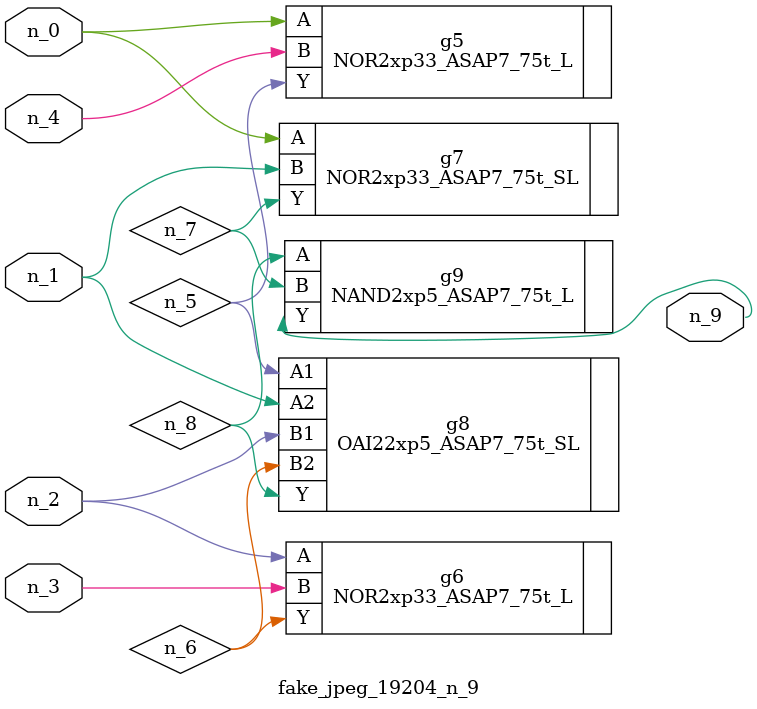
<source format=v>
module fake_jpeg_19204_n_9 (n_3, n_2, n_1, n_0, n_4, n_9);

input n_3;
input n_2;
input n_1;
input n_0;
input n_4;

output n_9;

wire n_8;
wire n_6;
wire n_5;
wire n_7;

NOR2xp33_ASAP7_75t_L g5 ( 
.A(n_0),
.B(n_4),
.Y(n_5)
);

NOR2xp33_ASAP7_75t_L g6 ( 
.A(n_2),
.B(n_3),
.Y(n_6)
);

NOR2xp33_ASAP7_75t_SL g7 ( 
.A(n_0),
.B(n_1),
.Y(n_7)
);

OAI22xp5_ASAP7_75t_SL g8 ( 
.A1(n_5),
.A2(n_1),
.B1(n_2),
.B2(n_6),
.Y(n_8)
);

NAND2xp5_ASAP7_75t_L g9 ( 
.A(n_8),
.B(n_7),
.Y(n_9)
);


endmodule
</source>
